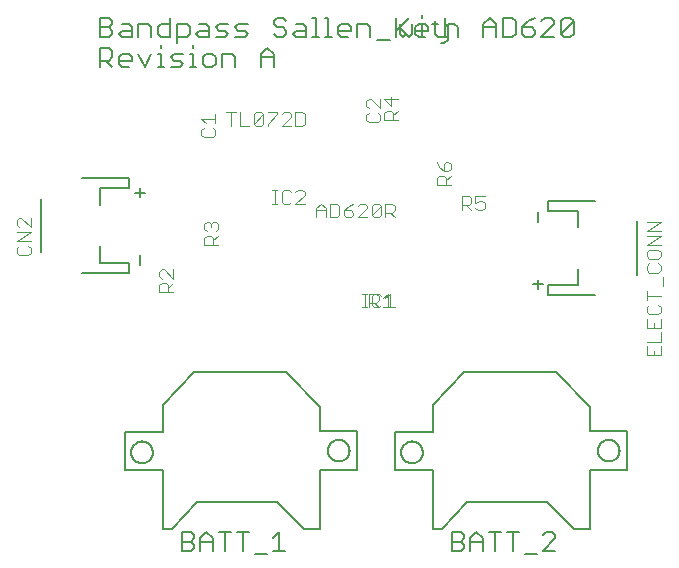
<source format=gto>
G75*
%MOIN*%
%OFA0B0*%
%FSLAX25Y25*%
%IPPOS*%
%LPD*%
%AMOC8*
5,1,8,0,0,1.08239X$1,22.5*
%
%ADD10C,0.00600*%
%ADD11C,0.00500*%
%ADD12C,0.00400*%
%ADD13C,0.00700*%
D10*
X0032100Y0172100D02*
X0032100Y0178505D01*
X0035303Y0178505D01*
X0036370Y0177438D01*
X0036370Y0175303D01*
X0035303Y0174235D01*
X0032100Y0174235D01*
X0034235Y0174235D02*
X0036370Y0172100D01*
X0038545Y0173168D02*
X0038545Y0175303D01*
X0039613Y0176370D01*
X0041748Y0176370D01*
X0042816Y0175303D01*
X0042816Y0174235D01*
X0038545Y0174235D01*
X0038545Y0173168D02*
X0039613Y0172100D01*
X0041748Y0172100D01*
X0044991Y0176370D02*
X0047126Y0172100D01*
X0049261Y0176370D01*
X0051436Y0176370D02*
X0052504Y0176370D01*
X0052504Y0172100D01*
X0051436Y0172100D02*
X0053572Y0172100D01*
X0055733Y0172100D02*
X0058936Y0172100D01*
X0060004Y0173168D01*
X0058936Y0174235D01*
X0056801Y0174235D01*
X0055733Y0175303D01*
X0056801Y0176370D01*
X0060004Y0176370D01*
X0062179Y0176370D02*
X0063247Y0176370D01*
X0063247Y0172100D01*
X0064314Y0172100D02*
X0062179Y0172100D01*
X0066476Y0173168D02*
X0067544Y0172100D01*
X0069679Y0172100D01*
X0070746Y0173168D01*
X0070746Y0175303D01*
X0069679Y0176370D01*
X0067544Y0176370D01*
X0066476Y0175303D01*
X0066476Y0173168D01*
X0063247Y0178505D02*
X0063247Y0179573D01*
X0065395Y0182100D02*
X0064327Y0183168D01*
X0065395Y0184235D01*
X0068598Y0184235D01*
X0068598Y0185303D02*
X0068598Y0182100D01*
X0065395Y0182100D01*
X0062152Y0183168D02*
X0062152Y0185303D01*
X0061085Y0186370D01*
X0057882Y0186370D01*
X0057882Y0179965D01*
X0057882Y0182100D02*
X0061085Y0182100D01*
X0062152Y0183168D01*
X0065395Y0186370D02*
X0067530Y0186370D01*
X0068598Y0185303D01*
X0070773Y0185303D02*
X0071841Y0186370D01*
X0075043Y0186370D01*
X0073976Y0184235D02*
X0071841Y0184235D01*
X0070773Y0185303D01*
X0070773Y0182100D02*
X0073976Y0182100D01*
X0075043Y0183168D01*
X0073976Y0184235D01*
X0077218Y0185303D02*
X0078286Y0186370D01*
X0081489Y0186370D01*
X0080421Y0184235D02*
X0078286Y0184235D01*
X0077218Y0185303D01*
X0077218Y0182100D02*
X0080421Y0182100D01*
X0081489Y0183168D01*
X0080421Y0184235D01*
X0076124Y0176370D02*
X0077192Y0175303D01*
X0077192Y0172100D01*
X0076124Y0176370D02*
X0072921Y0176370D01*
X0072921Y0172100D01*
X0085812Y0172100D02*
X0085812Y0176370D01*
X0087948Y0178505D01*
X0090083Y0176370D01*
X0090083Y0172100D01*
X0090083Y0175303D02*
X0085812Y0175303D01*
X0091177Y0182100D02*
X0090109Y0183168D01*
X0091177Y0182100D02*
X0093312Y0182100D01*
X0094380Y0183168D01*
X0094380Y0184235D01*
X0093312Y0185303D01*
X0091177Y0185303D01*
X0090109Y0186370D01*
X0090109Y0187438D01*
X0091177Y0188505D01*
X0093312Y0188505D01*
X0094380Y0187438D01*
X0097623Y0186370D02*
X0099758Y0186370D01*
X0100825Y0185303D01*
X0100825Y0182100D01*
X0097623Y0182100D01*
X0096555Y0183168D01*
X0097623Y0184235D01*
X0100825Y0184235D01*
X0103000Y0182100D02*
X0105136Y0182100D01*
X0104068Y0182100D02*
X0104068Y0188505D01*
X0103000Y0188505D01*
X0107297Y0188505D02*
X0108365Y0188505D01*
X0108365Y0182100D01*
X0107297Y0182100D02*
X0109433Y0182100D01*
X0111594Y0183168D02*
X0111594Y0185303D01*
X0112662Y0186370D01*
X0114797Y0186370D01*
X0115865Y0185303D01*
X0115865Y0184235D01*
X0111594Y0184235D01*
X0111594Y0183168D02*
X0112662Y0182100D01*
X0114797Y0182100D01*
X0118040Y0182100D02*
X0118040Y0186370D01*
X0121243Y0186370D01*
X0122310Y0185303D01*
X0122310Y0182100D01*
X0124485Y0181032D02*
X0128756Y0181032D01*
X0130931Y0182100D02*
X0130931Y0188505D01*
X0132100Y0186370D02*
X0132100Y0183168D01*
X0133168Y0182100D01*
X0134235Y0183168D01*
X0135303Y0182100D01*
X0136370Y0183168D01*
X0136370Y0186370D01*
X0137376Y0185303D02*
X0137376Y0183168D01*
X0138444Y0182100D01*
X0140579Y0182100D01*
X0140681Y0182100D02*
X0138545Y0182100D01*
X0139613Y0182100D02*
X0139613Y0186370D01*
X0138545Y0186370D01*
X0138444Y0186370D02*
X0140579Y0186370D01*
X0141647Y0185303D01*
X0141647Y0184235D01*
X0137376Y0184235D01*
X0137376Y0185303D02*
X0138444Y0186370D01*
X0139613Y0188505D02*
X0139613Y0189573D01*
X0142842Y0186370D02*
X0144978Y0186370D01*
X0143822Y0186370D02*
X0143822Y0183168D01*
X0144890Y0182100D01*
X0148092Y0182100D01*
X0147139Y0182100D02*
X0147139Y0188505D01*
X0148092Y0186370D02*
X0148092Y0181032D01*
X0147025Y0179965D01*
X0145957Y0179965D01*
X0144978Y0182100D02*
X0143910Y0183168D01*
X0143910Y0187438D01*
X0147139Y0185303D02*
X0148207Y0186370D01*
X0150342Y0186370D01*
X0151410Y0185303D01*
X0151410Y0182100D01*
X0160030Y0182100D02*
X0160030Y0186370D01*
X0162166Y0188505D01*
X0164301Y0186370D01*
X0164301Y0182100D01*
X0166476Y0182100D02*
X0169679Y0182100D01*
X0170746Y0183168D01*
X0170746Y0187438D01*
X0169679Y0188505D01*
X0166476Y0188505D01*
X0166476Y0182100D01*
X0164301Y0185303D02*
X0160030Y0185303D01*
X0172921Y0185303D02*
X0172921Y0183168D01*
X0173989Y0182100D01*
X0176124Y0182100D01*
X0177192Y0183168D01*
X0177192Y0184235D01*
X0176124Y0185303D01*
X0172921Y0185303D01*
X0175057Y0187438D01*
X0177192Y0188505D01*
X0179367Y0187438D02*
X0180435Y0188505D01*
X0182570Y0188505D01*
X0183637Y0187438D01*
X0183637Y0186370D01*
X0179367Y0182100D01*
X0183637Y0182100D01*
X0185812Y0183168D02*
X0190083Y0187438D01*
X0190083Y0183168D01*
X0189015Y0182100D01*
X0186880Y0182100D01*
X0185812Y0183168D01*
X0185812Y0187438D01*
X0186880Y0188505D01*
X0189015Y0188505D01*
X0190083Y0187438D01*
X0135201Y0188505D02*
X0130931Y0184235D01*
X0131999Y0185303D02*
X0135201Y0182100D01*
X0055707Y0182100D02*
X0052504Y0182100D01*
X0051436Y0183168D01*
X0051436Y0185303D01*
X0052504Y0186370D01*
X0055707Y0186370D01*
X0055707Y0188505D02*
X0055707Y0182100D01*
X0052504Y0179573D02*
X0052504Y0178505D01*
X0049261Y0182100D02*
X0049261Y0185303D01*
X0048194Y0186370D01*
X0044991Y0186370D01*
X0044991Y0182100D01*
X0042816Y0182100D02*
X0042816Y0185303D01*
X0041748Y0186370D01*
X0039613Y0186370D01*
X0039613Y0184235D02*
X0042816Y0184235D01*
X0042816Y0182100D02*
X0039613Y0182100D01*
X0038545Y0183168D01*
X0039613Y0184235D01*
X0036370Y0184235D02*
X0036370Y0183168D01*
X0035303Y0182100D01*
X0032100Y0182100D01*
X0032100Y0188505D01*
X0035303Y0188505D01*
X0036370Y0187438D01*
X0036370Y0186370D01*
X0035303Y0185303D01*
X0032100Y0185303D01*
X0035303Y0185303D02*
X0036370Y0184235D01*
D11*
X0040560Y0037843D02*
X0053080Y0037843D01*
X0053080Y0018111D01*
X0056300Y0018111D01*
X0064725Y0026961D01*
X0091300Y0026961D01*
X0100300Y0018111D01*
X0105520Y0018111D01*
X0105520Y0037843D01*
X0118040Y0037843D01*
X0118040Y0050757D01*
X0105520Y0050757D01*
X0105520Y0058757D01*
X0094363Y0070520D01*
X0063631Y0070520D01*
X0053080Y0059363D01*
X0053080Y0050363D01*
X0040560Y0050363D01*
X0040560Y0037843D01*
X0042623Y0043694D02*
X0042625Y0043814D01*
X0042631Y0043934D01*
X0042641Y0044053D01*
X0042655Y0044172D01*
X0042673Y0044291D01*
X0042694Y0044409D01*
X0042720Y0044526D01*
X0042750Y0044642D01*
X0042783Y0044757D01*
X0042820Y0044871D01*
X0042861Y0044983D01*
X0042906Y0045095D01*
X0042955Y0045204D01*
X0043007Y0045312D01*
X0043062Y0045419D01*
X0043121Y0045523D01*
X0043184Y0045625D01*
X0043250Y0045725D01*
X0043319Y0045823D01*
X0043391Y0045919D01*
X0043467Y0046012D01*
X0043545Y0046102D01*
X0043627Y0046190D01*
X0043711Y0046275D01*
X0043798Y0046358D01*
X0043888Y0046437D01*
X0043981Y0046513D01*
X0044076Y0046586D01*
X0044173Y0046656D01*
X0044273Y0046723D01*
X0044374Y0046786D01*
X0044478Y0046846D01*
X0044584Y0046903D01*
X0044691Y0046956D01*
X0044801Y0047005D01*
X0044912Y0047051D01*
X0045024Y0047093D01*
X0045138Y0047131D01*
X0045252Y0047165D01*
X0045368Y0047196D01*
X0045485Y0047222D01*
X0045603Y0047245D01*
X0045721Y0047264D01*
X0045840Y0047279D01*
X0045960Y0047290D01*
X0046079Y0047297D01*
X0046199Y0047300D01*
X0046319Y0047299D01*
X0046439Y0047294D01*
X0046558Y0047285D01*
X0046677Y0047272D01*
X0046796Y0047255D01*
X0046914Y0047234D01*
X0047031Y0047210D01*
X0047148Y0047181D01*
X0047263Y0047149D01*
X0047377Y0047112D01*
X0047490Y0047072D01*
X0047602Y0047028D01*
X0047712Y0046981D01*
X0047821Y0046930D01*
X0047927Y0046875D01*
X0048032Y0046817D01*
X0048135Y0046755D01*
X0048236Y0046690D01*
X0048334Y0046622D01*
X0048430Y0046550D01*
X0048524Y0046476D01*
X0048615Y0046398D01*
X0048704Y0046317D01*
X0048789Y0046233D01*
X0048872Y0046147D01*
X0048952Y0046057D01*
X0049030Y0045966D01*
X0049103Y0045871D01*
X0049174Y0045775D01*
X0049242Y0045676D01*
X0049306Y0045574D01*
X0049367Y0045471D01*
X0049424Y0045366D01*
X0049478Y0045259D01*
X0049528Y0045150D01*
X0049575Y0045039D01*
X0049618Y0044927D01*
X0049657Y0044814D01*
X0049692Y0044699D01*
X0049723Y0044584D01*
X0049751Y0044467D01*
X0049775Y0044350D01*
X0049795Y0044231D01*
X0049811Y0044113D01*
X0049823Y0043993D01*
X0049831Y0043874D01*
X0049835Y0043754D01*
X0049835Y0043634D01*
X0049831Y0043514D01*
X0049823Y0043395D01*
X0049811Y0043275D01*
X0049795Y0043157D01*
X0049775Y0043038D01*
X0049751Y0042921D01*
X0049723Y0042804D01*
X0049692Y0042689D01*
X0049657Y0042574D01*
X0049618Y0042461D01*
X0049575Y0042349D01*
X0049528Y0042238D01*
X0049478Y0042129D01*
X0049424Y0042022D01*
X0049367Y0041917D01*
X0049306Y0041814D01*
X0049242Y0041712D01*
X0049174Y0041613D01*
X0049103Y0041517D01*
X0049030Y0041422D01*
X0048952Y0041331D01*
X0048872Y0041241D01*
X0048789Y0041155D01*
X0048704Y0041071D01*
X0048615Y0040990D01*
X0048524Y0040912D01*
X0048430Y0040838D01*
X0048334Y0040766D01*
X0048236Y0040698D01*
X0048135Y0040633D01*
X0048032Y0040571D01*
X0047927Y0040513D01*
X0047821Y0040458D01*
X0047712Y0040407D01*
X0047602Y0040360D01*
X0047490Y0040316D01*
X0047377Y0040276D01*
X0047263Y0040239D01*
X0047148Y0040207D01*
X0047031Y0040178D01*
X0046914Y0040154D01*
X0046796Y0040133D01*
X0046677Y0040116D01*
X0046558Y0040103D01*
X0046439Y0040094D01*
X0046319Y0040089D01*
X0046199Y0040088D01*
X0046079Y0040091D01*
X0045960Y0040098D01*
X0045840Y0040109D01*
X0045721Y0040124D01*
X0045603Y0040143D01*
X0045485Y0040166D01*
X0045368Y0040192D01*
X0045252Y0040223D01*
X0045138Y0040257D01*
X0045024Y0040295D01*
X0044912Y0040337D01*
X0044801Y0040383D01*
X0044691Y0040432D01*
X0044584Y0040485D01*
X0044478Y0040542D01*
X0044374Y0040602D01*
X0044273Y0040665D01*
X0044173Y0040732D01*
X0044076Y0040802D01*
X0043981Y0040875D01*
X0043888Y0040951D01*
X0043798Y0041030D01*
X0043711Y0041113D01*
X0043627Y0041198D01*
X0043545Y0041286D01*
X0043467Y0041376D01*
X0043391Y0041469D01*
X0043319Y0041565D01*
X0043250Y0041663D01*
X0043184Y0041763D01*
X0043121Y0041865D01*
X0043062Y0041969D01*
X0043007Y0042076D01*
X0042955Y0042184D01*
X0042906Y0042293D01*
X0042861Y0042405D01*
X0042820Y0042517D01*
X0042783Y0042631D01*
X0042750Y0042746D01*
X0042720Y0042862D01*
X0042694Y0042979D01*
X0042673Y0043097D01*
X0042655Y0043216D01*
X0042641Y0043335D01*
X0042631Y0043454D01*
X0042625Y0043574D01*
X0042623Y0043694D01*
X0059587Y0017000D02*
X0062639Y0017000D01*
X0063657Y0015983D01*
X0063657Y0014965D01*
X0062639Y0013947D01*
X0059587Y0013947D01*
X0059587Y0010895D02*
X0062639Y0010895D01*
X0063657Y0011912D01*
X0063657Y0012930D01*
X0062639Y0013947D01*
X0065664Y0013947D02*
X0069734Y0013947D01*
X0069734Y0014965D02*
X0069734Y0010895D01*
X0069734Y0014965D02*
X0067699Y0017000D01*
X0065664Y0014965D01*
X0065664Y0010895D01*
X0059587Y0010895D02*
X0059587Y0017000D01*
X0071741Y0017000D02*
X0075811Y0017000D01*
X0077818Y0017000D02*
X0081889Y0017000D01*
X0079853Y0017000D02*
X0079853Y0010895D01*
X0083896Y0009877D02*
X0087966Y0009877D01*
X0089973Y0010895D02*
X0094043Y0010895D01*
X0092008Y0010895D02*
X0092008Y0017000D01*
X0089973Y0014965D01*
X0073776Y0017000D02*
X0073776Y0010895D01*
X0108190Y0044300D02*
X0108192Y0044420D01*
X0108198Y0044540D01*
X0108208Y0044659D01*
X0108222Y0044778D01*
X0108240Y0044897D01*
X0108261Y0045015D01*
X0108287Y0045132D01*
X0108317Y0045248D01*
X0108350Y0045363D01*
X0108387Y0045477D01*
X0108428Y0045589D01*
X0108473Y0045701D01*
X0108522Y0045810D01*
X0108574Y0045918D01*
X0108629Y0046025D01*
X0108688Y0046129D01*
X0108751Y0046231D01*
X0108817Y0046331D01*
X0108886Y0046429D01*
X0108958Y0046525D01*
X0109034Y0046618D01*
X0109112Y0046708D01*
X0109194Y0046796D01*
X0109278Y0046881D01*
X0109365Y0046964D01*
X0109455Y0047043D01*
X0109548Y0047119D01*
X0109643Y0047192D01*
X0109740Y0047262D01*
X0109840Y0047329D01*
X0109941Y0047392D01*
X0110045Y0047452D01*
X0110151Y0047509D01*
X0110258Y0047562D01*
X0110368Y0047611D01*
X0110479Y0047657D01*
X0110591Y0047699D01*
X0110705Y0047737D01*
X0110819Y0047771D01*
X0110935Y0047802D01*
X0111052Y0047828D01*
X0111170Y0047851D01*
X0111288Y0047870D01*
X0111407Y0047885D01*
X0111527Y0047896D01*
X0111646Y0047903D01*
X0111766Y0047906D01*
X0111886Y0047905D01*
X0112006Y0047900D01*
X0112125Y0047891D01*
X0112244Y0047878D01*
X0112363Y0047861D01*
X0112481Y0047840D01*
X0112598Y0047816D01*
X0112715Y0047787D01*
X0112830Y0047755D01*
X0112944Y0047718D01*
X0113057Y0047678D01*
X0113169Y0047634D01*
X0113279Y0047587D01*
X0113388Y0047536D01*
X0113494Y0047481D01*
X0113599Y0047423D01*
X0113702Y0047361D01*
X0113803Y0047296D01*
X0113901Y0047228D01*
X0113997Y0047156D01*
X0114091Y0047082D01*
X0114182Y0047004D01*
X0114271Y0046923D01*
X0114356Y0046839D01*
X0114439Y0046753D01*
X0114519Y0046663D01*
X0114597Y0046572D01*
X0114670Y0046477D01*
X0114741Y0046381D01*
X0114809Y0046282D01*
X0114873Y0046180D01*
X0114934Y0046077D01*
X0114991Y0045972D01*
X0115045Y0045865D01*
X0115095Y0045756D01*
X0115142Y0045645D01*
X0115185Y0045533D01*
X0115224Y0045420D01*
X0115259Y0045305D01*
X0115290Y0045190D01*
X0115318Y0045073D01*
X0115342Y0044956D01*
X0115362Y0044837D01*
X0115378Y0044719D01*
X0115390Y0044599D01*
X0115398Y0044480D01*
X0115402Y0044360D01*
X0115402Y0044240D01*
X0115398Y0044120D01*
X0115390Y0044001D01*
X0115378Y0043881D01*
X0115362Y0043763D01*
X0115342Y0043644D01*
X0115318Y0043527D01*
X0115290Y0043410D01*
X0115259Y0043295D01*
X0115224Y0043180D01*
X0115185Y0043067D01*
X0115142Y0042955D01*
X0115095Y0042844D01*
X0115045Y0042735D01*
X0114991Y0042628D01*
X0114934Y0042523D01*
X0114873Y0042420D01*
X0114809Y0042318D01*
X0114741Y0042219D01*
X0114670Y0042123D01*
X0114597Y0042028D01*
X0114519Y0041937D01*
X0114439Y0041847D01*
X0114356Y0041761D01*
X0114271Y0041677D01*
X0114182Y0041596D01*
X0114091Y0041518D01*
X0113997Y0041444D01*
X0113901Y0041372D01*
X0113803Y0041304D01*
X0113702Y0041239D01*
X0113599Y0041177D01*
X0113494Y0041119D01*
X0113388Y0041064D01*
X0113279Y0041013D01*
X0113169Y0040966D01*
X0113057Y0040922D01*
X0112944Y0040882D01*
X0112830Y0040845D01*
X0112715Y0040813D01*
X0112598Y0040784D01*
X0112481Y0040760D01*
X0112363Y0040739D01*
X0112244Y0040722D01*
X0112125Y0040709D01*
X0112006Y0040700D01*
X0111886Y0040695D01*
X0111766Y0040694D01*
X0111646Y0040697D01*
X0111527Y0040704D01*
X0111407Y0040715D01*
X0111288Y0040730D01*
X0111170Y0040749D01*
X0111052Y0040772D01*
X0110935Y0040798D01*
X0110819Y0040829D01*
X0110705Y0040863D01*
X0110591Y0040901D01*
X0110479Y0040943D01*
X0110368Y0040989D01*
X0110258Y0041038D01*
X0110151Y0041091D01*
X0110045Y0041148D01*
X0109941Y0041208D01*
X0109840Y0041271D01*
X0109740Y0041338D01*
X0109643Y0041408D01*
X0109548Y0041481D01*
X0109455Y0041557D01*
X0109365Y0041636D01*
X0109278Y0041719D01*
X0109194Y0041804D01*
X0109112Y0041892D01*
X0109034Y0041982D01*
X0108958Y0042075D01*
X0108886Y0042171D01*
X0108817Y0042269D01*
X0108751Y0042369D01*
X0108688Y0042471D01*
X0108629Y0042575D01*
X0108574Y0042682D01*
X0108522Y0042790D01*
X0108473Y0042899D01*
X0108428Y0043011D01*
X0108387Y0043123D01*
X0108350Y0043237D01*
X0108317Y0043352D01*
X0108287Y0043468D01*
X0108261Y0043585D01*
X0108240Y0043703D01*
X0108222Y0043822D01*
X0108208Y0043941D01*
X0108198Y0044060D01*
X0108192Y0044180D01*
X0108190Y0044300D01*
X0130560Y0050363D02*
X0130560Y0037843D01*
X0143080Y0037843D01*
X0143080Y0018111D01*
X0146300Y0018111D01*
X0154725Y0026961D01*
X0181300Y0026961D01*
X0190300Y0018111D01*
X0195520Y0018111D01*
X0195520Y0037843D01*
X0208040Y0037843D01*
X0208040Y0050757D01*
X0195520Y0050757D01*
X0195520Y0058757D01*
X0184363Y0070520D01*
X0153631Y0070520D01*
X0143080Y0059363D01*
X0143080Y0050363D01*
X0130560Y0050363D01*
X0132623Y0043694D02*
X0132625Y0043814D01*
X0132631Y0043934D01*
X0132641Y0044053D01*
X0132655Y0044172D01*
X0132673Y0044291D01*
X0132694Y0044409D01*
X0132720Y0044526D01*
X0132750Y0044642D01*
X0132783Y0044757D01*
X0132820Y0044871D01*
X0132861Y0044983D01*
X0132906Y0045095D01*
X0132955Y0045204D01*
X0133007Y0045312D01*
X0133062Y0045419D01*
X0133121Y0045523D01*
X0133184Y0045625D01*
X0133250Y0045725D01*
X0133319Y0045823D01*
X0133391Y0045919D01*
X0133467Y0046012D01*
X0133545Y0046102D01*
X0133627Y0046190D01*
X0133711Y0046275D01*
X0133798Y0046358D01*
X0133888Y0046437D01*
X0133981Y0046513D01*
X0134076Y0046586D01*
X0134173Y0046656D01*
X0134273Y0046723D01*
X0134374Y0046786D01*
X0134478Y0046846D01*
X0134584Y0046903D01*
X0134691Y0046956D01*
X0134801Y0047005D01*
X0134912Y0047051D01*
X0135024Y0047093D01*
X0135138Y0047131D01*
X0135252Y0047165D01*
X0135368Y0047196D01*
X0135485Y0047222D01*
X0135603Y0047245D01*
X0135721Y0047264D01*
X0135840Y0047279D01*
X0135960Y0047290D01*
X0136079Y0047297D01*
X0136199Y0047300D01*
X0136319Y0047299D01*
X0136439Y0047294D01*
X0136558Y0047285D01*
X0136677Y0047272D01*
X0136796Y0047255D01*
X0136914Y0047234D01*
X0137031Y0047210D01*
X0137148Y0047181D01*
X0137263Y0047149D01*
X0137377Y0047112D01*
X0137490Y0047072D01*
X0137602Y0047028D01*
X0137712Y0046981D01*
X0137821Y0046930D01*
X0137927Y0046875D01*
X0138032Y0046817D01*
X0138135Y0046755D01*
X0138236Y0046690D01*
X0138334Y0046622D01*
X0138430Y0046550D01*
X0138524Y0046476D01*
X0138615Y0046398D01*
X0138704Y0046317D01*
X0138789Y0046233D01*
X0138872Y0046147D01*
X0138952Y0046057D01*
X0139030Y0045966D01*
X0139103Y0045871D01*
X0139174Y0045775D01*
X0139242Y0045676D01*
X0139306Y0045574D01*
X0139367Y0045471D01*
X0139424Y0045366D01*
X0139478Y0045259D01*
X0139528Y0045150D01*
X0139575Y0045039D01*
X0139618Y0044927D01*
X0139657Y0044814D01*
X0139692Y0044699D01*
X0139723Y0044584D01*
X0139751Y0044467D01*
X0139775Y0044350D01*
X0139795Y0044231D01*
X0139811Y0044113D01*
X0139823Y0043993D01*
X0139831Y0043874D01*
X0139835Y0043754D01*
X0139835Y0043634D01*
X0139831Y0043514D01*
X0139823Y0043395D01*
X0139811Y0043275D01*
X0139795Y0043157D01*
X0139775Y0043038D01*
X0139751Y0042921D01*
X0139723Y0042804D01*
X0139692Y0042689D01*
X0139657Y0042574D01*
X0139618Y0042461D01*
X0139575Y0042349D01*
X0139528Y0042238D01*
X0139478Y0042129D01*
X0139424Y0042022D01*
X0139367Y0041917D01*
X0139306Y0041814D01*
X0139242Y0041712D01*
X0139174Y0041613D01*
X0139103Y0041517D01*
X0139030Y0041422D01*
X0138952Y0041331D01*
X0138872Y0041241D01*
X0138789Y0041155D01*
X0138704Y0041071D01*
X0138615Y0040990D01*
X0138524Y0040912D01*
X0138430Y0040838D01*
X0138334Y0040766D01*
X0138236Y0040698D01*
X0138135Y0040633D01*
X0138032Y0040571D01*
X0137927Y0040513D01*
X0137821Y0040458D01*
X0137712Y0040407D01*
X0137602Y0040360D01*
X0137490Y0040316D01*
X0137377Y0040276D01*
X0137263Y0040239D01*
X0137148Y0040207D01*
X0137031Y0040178D01*
X0136914Y0040154D01*
X0136796Y0040133D01*
X0136677Y0040116D01*
X0136558Y0040103D01*
X0136439Y0040094D01*
X0136319Y0040089D01*
X0136199Y0040088D01*
X0136079Y0040091D01*
X0135960Y0040098D01*
X0135840Y0040109D01*
X0135721Y0040124D01*
X0135603Y0040143D01*
X0135485Y0040166D01*
X0135368Y0040192D01*
X0135252Y0040223D01*
X0135138Y0040257D01*
X0135024Y0040295D01*
X0134912Y0040337D01*
X0134801Y0040383D01*
X0134691Y0040432D01*
X0134584Y0040485D01*
X0134478Y0040542D01*
X0134374Y0040602D01*
X0134273Y0040665D01*
X0134173Y0040732D01*
X0134076Y0040802D01*
X0133981Y0040875D01*
X0133888Y0040951D01*
X0133798Y0041030D01*
X0133711Y0041113D01*
X0133627Y0041198D01*
X0133545Y0041286D01*
X0133467Y0041376D01*
X0133391Y0041469D01*
X0133319Y0041565D01*
X0133250Y0041663D01*
X0133184Y0041763D01*
X0133121Y0041865D01*
X0133062Y0041969D01*
X0133007Y0042076D01*
X0132955Y0042184D01*
X0132906Y0042293D01*
X0132861Y0042405D01*
X0132820Y0042517D01*
X0132783Y0042631D01*
X0132750Y0042746D01*
X0132720Y0042862D01*
X0132694Y0042979D01*
X0132673Y0043097D01*
X0132655Y0043216D01*
X0132641Y0043335D01*
X0132631Y0043454D01*
X0132625Y0043574D01*
X0132623Y0043694D01*
X0149587Y0017000D02*
X0152639Y0017000D01*
X0153657Y0015983D01*
X0153657Y0014965D01*
X0152639Y0013947D01*
X0149587Y0013947D01*
X0149587Y0010895D02*
X0152639Y0010895D01*
X0153657Y0011912D01*
X0153657Y0012930D01*
X0152639Y0013947D01*
X0155664Y0013947D02*
X0159734Y0013947D01*
X0159734Y0014965D02*
X0159734Y0010895D01*
X0159734Y0014965D02*
X0157699Y0017000D01*
X0155664Y0014965D01*
X0155664Y0010895D01*
X0149587Y0010895D02*
X0149587Y0017000D01*
X0161741Y0017000D02*
X0165811Y0017000D01*
X0167818Y0017000D02*
X0171889Y0017000D01*
X0169853Y0017000D02*
X0169853Y0010895D01*
X0173896Y0009877D02*
X0177966Y0009877D01*
X0179973Y0010895D02*
X0184043Y0014965D01*
X0184043Y0015983D01*
X0183025Y0017000D01*
X0180990Y0017000D01*
X0179973Y0015983D01*
X0179973Y0010895D02*
X0184043Y0010895D01*
X0163776Y0010895D02*
X0163776Y0017000D01*
X0198190Y0044300D02*
X0198192Y0044420D01*
X0198198Y0044540D01*
X0198208Y0044659D01*
X0198222Y0044778D01*
X0198240Y0044897D01*
X0198261Y0045015D01*
X0198287Y0045132D01*
X0198317Y0045248D01*
X0198350Y0045363D01*
X0198387Y0045477D01*
X0198428Y0045589D01*
X0198473Y0045701D01*
X0198522Y0045810D01*
X0198574Y0045918D01*
X0198629Y0046025D01*
X0198688Y0046129D01*
X0198751Y0046231D01*
X0198817Y0046331D01*
X0198886Y0046429D01*
X0198958Y0046525D01*
X0199034Y0046618D01*
X0199112Y0046708D01*
X0199194Y0046796D01*
X0199278Y0046881D01*
X0199365Y0046964D01*
X0199455Y0047043D01*
X0199548Y0047119D01*
X0199643Y0047192D01*
X0199740Y0047262D01*
X0199840Y0047329D01*
X0199941Y0047392D01*
X0200045Y0047452D01*
X0200151Y0047509D01*
X0200258Y0047562D01*
X0200368Y0047611D01*
X0200479Y0047657D01*
X0200591Y0047699D01*
X0200705Y0047737D01*
X0200819Y0047771D01*
X0200935Y0047802D01*
X0201052Y0047828D01*
X0201170Y0047851D01*
X0201288Y0047870D01*
X0201407Y0047885D01*
X0201527Y0047896D01*
X0201646Y0047903D01*
X0201766Y0047906D01*
X0201886Y0047905D01*
X0202006Y0047900D01*
X0202125Y0047891D01*
X0202244Y0047878D01*
X0202363Y0047861D01*
X0202481Y0047840D01*
X0202598Y0047816D01*
X0202715Y0047787D01*
X0202830Y0047755D01*
X0202944Y0047718D01*
X0203057Y0047678D01*
X0203169Y0047634D01*
X0203279Y0047587D01*
X0203388Y0047536D01*
X0203494Y0047481D01*
X0203599Y0047423D01*
X0203702Y0047361D01*
X0203803Y0047296D01*
X0203901Y0047228D01*
X0203997Y0047156D01*
X0204091Y0047082D01*
X0204182Y0047004D01*
X0204271Y0046923D01*
X0204356Y0046839D01*
X0204439Y0046753D01*
X0204519Y0046663D01*
X0204597Y0046572D01*
X0204670Y0046477D01*
X0204741Y0046381D01*
X0204809Y0046282D01*
X0204873Y0046180D01*
X0204934Y0046077D01*
X0204991Y0045972D01*
X0205045Y0045865D01*
X0205095Y0045756D01*
X0205142Y0045645D01*
X0205185Y0045533D01*
X0205224Y0045420D01*
X0205259Y0045305D01*
X0205290Y0045190D01*
X0205318Y0045073D01*
X0205342Y0044956D01*
X0205362Y0044837D01*
X0205378Y0044719D01*
X0205390Y0044599D01*
X0205398Y0044480D01*
X0205402Y0044360D01*
X0205402Y0044240D01*
X0205398Y0044120D01*
X0205390Y0044001D01*
X0205378Y0043881D01*
X0205362Y0043763D01*
X0205342Y0043644D01*
X0205318Y0043527D01*
X0205290Y0043410D01*
X0205259Y0043295D01*
X0205224Y0043180D01*
X0205185Y0043067D01*
X0205142Y0042955D01*
X0205095Y0042844D01*
X0205045Y0042735D01*
X0204991Y0042628D01*
X0204934Y0042523D01*
X0204873Y0042420D01*
X0204809Y0042318D01*
X0204741Y0042219D01*
X0204670Y0042123D01*
X0204597Y0042028D01*
X0204519Y0041937D01*
X0204439Y0041847D01*
X0204356Y0041761D01*
X0204271Y0041677D01*
X0204182Y0041596D01*
X0204091Y0041518D01*
X0203997Y0041444D01*
X0203901Y0041372D01*
X0203803Y0041304D01*
X0203702Y0041239D01*
X0203599Y0041177D01*
X0203494Y0041119D01*
X0203388Y0041064D01*
X0203279Y0041013D01*
X0203169Y0040966D01*
X0203057Y0040922D01*
X0202944Y0040882D01*
X0202830Y0040845D01*
X0202715Y0040813D01*
X0202598Y0040784D01*
X0202481Y0040760D01*
X0202363Y0040739D01*
X0202244Y0040722D01*
X0202125Y0040709D01*
X0202006Y0040700D01*
X0201886Y0040695D01*
X0201766Y0040694D01*
X0201646Y0040697D01*
X0201527Y0040704D01*
X0201407Y0040715D01*
X0201288Y0040730D01*
X0201170Y0040749D01*
X0201052Y0040772D01*
X0200935Y0040798D01*
X0200819Y0040829D01*
X0200705Y0040863D01*
X0200591Y0040901D01*
X0200479Y0040943D01*
X0200368Y0040989D01*
X0200258Y0041038D01*
X0200151Y0041091D01*
X0200045Y0041148D01*
X0199941Y0041208D01*
X0199840Y0041271D01*
X0199740Y0041338D01*
X0199643Y0041408D01*
X0199548Y0041481D01*
X0199455Y0041557D01*
X0199365Y0041636D01*
X0199278Y0041719D01*
X0199194Y0041804D01*
X0199112Y0041892D01*
X0199034Y0041982D01*
X0198958Y0042075D01*
X0198886Y0042171D01*
X0198817Y0042269D01*
X0198751Y0042369D01*
X0198688Y0042471D01*
X0198629Y0042575D01*
X0198574Y0042682D01*
X0198522Y0042790D01*
X0198473Y0042899D01*
X0198428Y0043011D01*
X0198387Y0043123D01*
X0198350Y0043237D01*
X0198317Y0043352D01*
X0198287Y0043468D01*
X0198261Y0043585D01*
X0198240Y0043703D01*
X0198222Y0043822D01*
X0198208Y0043941D01*
X0198198Y0044060D01*
X0198192Y0044180D01*
X0198190Y0044300D01*
X0197331Y0096052D02*
X0181583Y0096052D01*
X0181583Y0099398D01*
X0191426Y0099398D01*
X0191426Y0104910D01*
X0191426Y0118690D02*
X0191426Y0124202D01*
X0181583Y0124202D01*
X0181583Y0127548D01*
X0197331Y0127548D01*
X0211111Y0120658D02*
X0211111Y0102942D01*
X0042017Y0103552D02*
X0026269Y0103552D01*
X0032174Y0106898D02*
X0042017Y0106898D01*
X0042017Y0103552D01*
X0032174Y0106898D02*
X0032174Y0112410D01*
X0032174Y0126190D02*
X0032174Y0131702D01*
X0042017Y0131702D01*
X0042017Y0135048D01*
X0026269Y0135048D01*
X0012489Y0128158D02*
X0012489Y0110442D01*
D12*
X0009100Y0110267D02*
X0009100Y0111802D01*
X0008333Y0112569D01*
X0009100Y0114104D02*
X0004496Y0114104D01*
X0009100Y0117173D01*
X0004496Y0117173D01*
X0005263Y0118708D02*
X0004496Y0119475D01*
X0004496Y0121010D01*
X0005263Y0121777D01*
X0006031Y0121777D01*
X0009100Y0118708D01*
X0009100Y0121777D01*
X0005263Y0112569D02*
X0004496Y0111802D01*
X0004496Y0110267D01*
X0005263Y0109500D01*
X0008333Y0109500D01*
X0009100Y0110267D01*
X0051996Y0103906D02*
X0051996Y0102371D01*
X0052763Y0101604D01*
X0052763Y0100069D02*
X0054298Y0100069D01*
X0055065Y0099302D01*
X0055065Y0097000D01*
X0055065Y0098535D02*
X0056600Y0100069D01*
X0056600Y0101604D02*
X0053531Y0104673D01*
X0052763Y0104673D01*
X0051996Y0103906D01*
X0056600Y0104673D02*
X0056600Y0101604D01*
X0052763Y0100069D02*
X0051996Y0099302D01*
X0051996Y0097000D01*
X0056600Y0097000D01*
X0066996Y0112792D02*
X0066996Y0115094D01*
X0067763Y0115861D01*
X0069298Y0115861D01*
X0070065Y0115094D01*
X0070065Y0112792D01*
X0070065Y0114327D02*
X0071600Y0115861D01*
X0070833Y0117396D02*
X0071600Y0118163D01*
X0071600Y0119698D01*
X0070833Y0120465D01*
X0070065Y0120465D01*
X0069298Y0119698D01*
X0069298Y0118931D01*
X0069298Y0119698D02*
X0068531Y0120465D01*
X0067763Y0120465D01*
X0066996Y0119698D01*
X0066996Y0118163D01*
X0067763Y0117396D01*
X0066996Y0112792D02*
X0071600Y0112792D01*
X0089723Y0126500D02*
X0091257Y0126500D01*
X0090490Y0126500D02*
X0090490Y0131104D01*
X0089723Y0131104D02*
X0091257Y0131104D01*
X0092792Y0130337D02*
X0092792Y0127267D01*
X0093559Y0126500D01*
X0095094Y0126500D01*
X0095861Y0127267D01*
X0097396Y0126500D02*
X0100465Y0129569D01*
X0100465Y0130337D01*
X0099698Y0131104D01*
X0098163Y0131104D01*
X0097396Y0130337D01*
X0095861Y0130337D02*
X0095094Y0131104D01*
X0093559Y0131104D01*
X0092792Y0130337D01*
X0097396Y0126500D02*
X0100465Y0126500D01*
X0104376Y0125069D02*
X0104376Y0122000D01*
X0104376Y0124302D02*
X0107446Y0124302D01*
X0107446Y0125069D02*
X0107446Y0122000D01*
X0108980Y0122000D02*
X0111282Y0122000D01*
X0112050Y0122767D01*
X0112050Y0125837D01*
X0111282Y0126604D01*
X0108980Y0126604D01*
X0108980Y0122000D01*
X0107446Y0125069D02*
X0105911Y0126604D01*
X0104376Y0125069D01*
X0113584Y0124302D02*
X0113584Y0122767D01*
X0114352Y0122000D01*
X0115886Y0122000D01*
X0116654Y0122767D01*
X0116654Y0123535D01*
X0115886Y0124302D01*
X0113584Y0124302D01*
X0115119Y0125837D01*
X0116654Y0126604D01*
X0118188Y0125837D02*
X0118955Y0126604D01*
X0120490Y0126604D01*
X0121257Y0125837D01*
X0121257Y0125069D01*
X0118188Y0122000D01*
X0121257Y0122000D01*
X0122792Y0122767D02*
X0122792Y0125837D01*
X0123559Y0126604D01*
X0125094Y0126604D01*
X0125861Y0125837D01*
X0122792Y0122767D01*
X0123559Y0122000D01*
X0125094Y0122000D01*
X0125861Y0122767D01*
X0125861Y0125837D01*
X0127396Y0126604D02*
X0127396Y0122000D01*
X0127396Y0123535D02*
X0129698Y0123535D01*
X0130465Y0124302D01*
X0130465Y0125837D01*
X0129698Y0126604D01*
X0127396Y0126604D01*
X0128931Y0123535D02*
X0130465Y0122000D01*
X0144496Y0132792D02*
X0144496Y0135094D01*
X0145263Y0135861D01*
X0146798Y0135861D01*
X0147565Y0135094D01*
X0147565Y0132792D01*
X0147565Y0134327D02*
X0149100Y0135861D01*
X0148333Y0137396D02*
X0149100Y0138163D01*
X0149100Y0139698D01*
X0148333Y0140465D01*
X0147565Y0140465D01*
X0146798Y0139698D01*
X0146798Y0137396D01*
X0148333Y0137396D01*
X0146798Y0137396D02*
X0145263Y0138931D01*
X0144496Y0140465D01*
X0144496Y0132792D02*
X0149100Y0132792D01*
X0152792Y0129104D02*
X0155094Y0129104D01*
X0155861Y0128337D01*
X0155861Y0126802D01*
X0155094Y0126035D01*
X0152792Y0126035D01*
X0154327Y0126035D02*
X0155861Y0124500D01*
X0157396Y0125267D02*
X0158163Y0124500D01*
X0159698Y0124500D01*
X0160465Y0125267D01*
X0160465Y0126802D01*
X0159698Y0127569D01*
X0158931Y0127569D01*
X0157396Y0126802D01*
X0157396Y0129104D01*
X0160465Y0129104D01*
X0152792Y0129104D02*
X0152792Y0124500D01*
X0128931Y0096604D02*
X0127396Y0095069D01*
X0126604Y0095069D02*
X0128139Y0096604D01*
X0128139Y0092000D01*
X0127396Y0092000D02*
X0130465Y0092000D01*
X0129673Y0092000D02*
X0126604Y0092000D01*
X0125861Y0092767D02*
X0125094Y0092000D01*
X0123559Y0092000D01*
X0122792Y0092767D01*
X0122792Y0095837D01*
X0123559Y0096604D01*
X0125094Y0096604D01*
X0125861Y0095837D01*
X0125069Y0095837D02*
X0125069Y0094302D01*
X0124302Y0093535D01*
X0122000Y0093535D01*
X0123535Y0093535D02*
X0125069Y0092000D01*
X0122000Y0092000D02*
X0122000Y0096604D01*
X0124302Y0096604D01*
X0125069Y0095837D01*
X0121257Y0096604D02*
X0119723Y0096604D01*
X0120490Y0096604D02*
X0120490Y0092000D01*
X0119723Y0092000D02*
X0121257Y0092000D01*
X0128931Y0092000D02*
X0128931Y0096604D01*
X0099698Y0152500D02*
X0097396Y0152500D01*
X0097396Y0157104D01*
X0099698Y0157104D01*
X0100465Y0156337D01*
X0100465Y0153267D01*
X0099698Y0152500D01*
X0095861Y0152500D02*
X0092792Y0152500D01*
X0095861Y0155569D01*
X0095861Y0156337D01*
X0095094Y0157104D01*
X0093559Y0157104D01*
X0092792Y0156337D01*
X0091257Y0156337D02*
X0088188Y0153267D01*
X0088188Y0152500D01*
X0086654Y0153267D02*
X0085886Y0152500D01*
X0084352Y0152500D01*
X0083584Y0153267D01*
X0086654Y0156337D01*
X0086654Y0153267D01*
X0086654Y0156337D02*
X0085886Y0157104D01*
X0084352Y0157104D01*
X0083584Y0156337D01*
X0083584Y0153267D01*
X0082050Y0152500D02*
X0078980Y0152500D01*
X0078980Y0157104D01*
X0077446Y0157104D02*
X0074376Y0157104D01*
X0075911Y0157104D02*
X0075911Y0152500D01*
X0070600Y0153396D02*
X0070600Y0156465D01*
X0070600Y0154931D02*
X0065996Y0154931D01*
X0067531Y0153396D01*
X0066763Y0151861D02*
X0065996Y0151094D01*
X0065996Y0149559D01*
X0066763Y0148792D01*
X0069833Y0148792D01*
X0070600Y0149559D01*
X0070600Y0151094D01*
X0069833Y0151861D01*
X0088188Y0157104D02*
X0091257Y0157104D01*
X0091257Y0156337D01*
X0120996Y0156094D02*
X0120996Y0154559D01*
X0121763Y0153792D01*
X0124833Y0153792D01*
X0125600Y0154559D01*
X0125600Y0156094D01*
X0124833Y0156861D01*
X0125600Y0158396D02*
X0122531Y0161465D01*
X0121763Y0161465D01*
X0120996Y0160698D01*
X0120996Y0159163D01*
X0121763Y0158396D01*
X0121763Y0156861D02*
X0120996Y0156094D01*
X0125600Y0158396D02*
X0125600Y0161465D01*
X0126996Y0161406D02*
X0129298Y0159104D01*
X0129298Y0162173D01*
X0131600Y0161406D02*
X0126996Y0161406D01*
X0127763Y0157569D02*
X0126996Y0156802D01*
X0126996Y0154500D01*
X0131600Y0154500D01*
X0130065Y0154500D02*
X0130065Y0156802D01*
X0129298Y0157569D01*
X0127763Y0157569D01*
X0130065Y0156035D02*
X0131600Y0157569D01*
X0214496Y0120465D02*
X0219100Y0120465D01*
X0214496Y0117396D01*
X0219100Y0117396D01*
X0219100Y0115861D02*
X0214496Y0115861D01*
X0214496Y0112792D02*
X0219100Y0115861D01*
X0219100Y0112792D02*
X0214496Y0112792D01*
X0215263Y0111257D02*
X0214496Y0110490D01*
X0214496Y0108955D01*
X0215263Y0108188D01*
X0218333Y0108188D01*
X0219100Y0108955D01*
X0219100Y0110490D01*
X0218333Y0111257D01*
X0215263Y0111257D01*
X0215263Y0106653D02*
X0214496Y0105886D01*
X0214496Y0104352D01*
X0215263Y0103584D01*
X0218333Y0103584D01*
X0219100Y0104352D01*
X0219100Y0105886D01*
X0218333Y0106653D01*
X0219867Y0102050D02*
X0219867Y0098980D01*
X0219100Y0095911D02*
X0214496Y0095911D01*
X0214496Y0094376D02*
X0214496Y0097446D01*
X0215263Y0092842D02*
X0214496Y0092074D01*
X0214496Y0090540D01*
X0215263Y0089772D01*
X0218333Y0089772D01*
X0219100Y0090540D01*
X0219100Y0092074D01*
X0218333Y0092842D01*
X0219100Y0088238D02*
X0219100Y0085169D01*
X0214496Y0085169D01*
X0214496Y0088238D01*
X0216798Y0086703D02*
X0216798Y0085169D01*
X0219100Y0083634D02*
X0219100Y0080565D01*
X0214496Y0080565D01*
X0214496Y0079030D02*
X0214496Y0075961D01*
X0219100Y0075961D01*
X0219100Y0079030D01*
X0216798Y0077495D02*
X0216798Y0075961D01*
D13*
X0179733Y0099628D02*
X0176463Y0099628D01*
X0178098Y0097994D02*
X0178098Y0101263D01*
X0178098Y0120494D02*
X0178098Y0123763D01*
X0047133Y0130285D02*
X0043863Y0130285D01*
X0045498Y0131919D02*
X0045498Y0128650D01*
X0045498Y0109419D02*
X0045498Y0106150D01*
M02*

</source>
